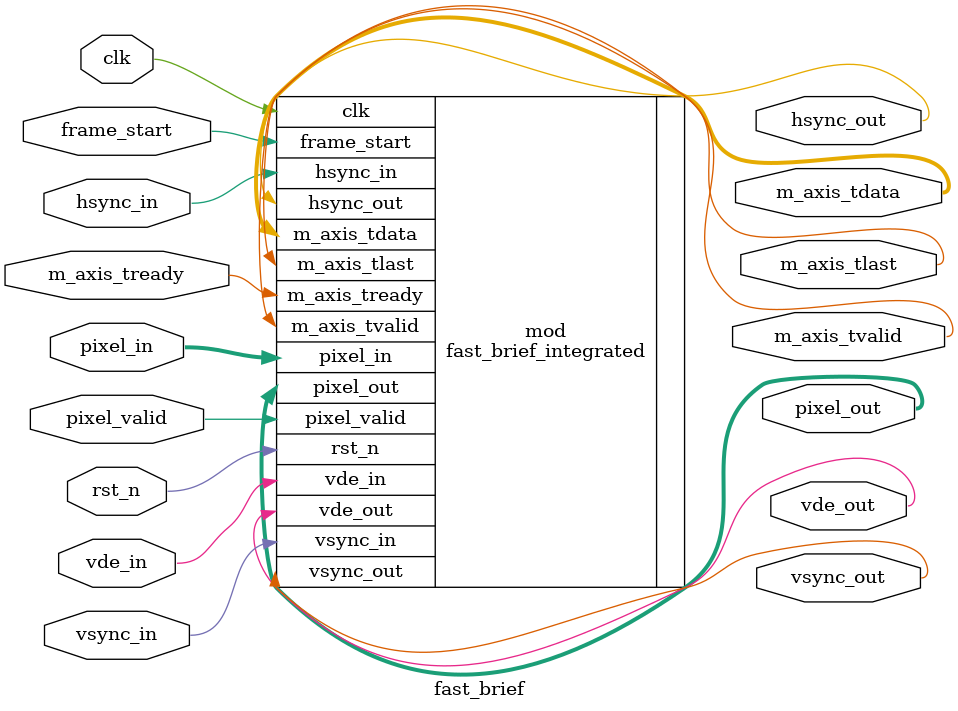
<source format=v>

`timescale 1 ns / 1 ps

	module fast_brief #
	(
		// Users to add parameters here
		parameter IMG_WIDTH = 1280,
        parameter IMG_HEIGHT = 720,
        parameter PIXEL_WIDTH = 8,
        // AXI Stream Parameters
        parameter AXIS_WIDTH = 280, // 256 (desc) + 11 (x) + 11 (y) + 2 (padding)
        parameter MAX_CORNERS = 1000 // Throttle to prevent Matcher overflow

	)(
		input  wire clk,
        input  wire rst_n,
        
        // Video input
        input  wire pixel_valid,
        input  wire [PIXEL_WIDTH-1:0] pixel_in,
        input  wire hsync_in,
        input  wire vsync_in,
        input  wire vde_in,
        input  wire frame_start,
        
        // Video output (passthrough with corner marking)
        output wire [23:0] pixel_out,
        output wire hsync_out,
        output wire vsync_out,
        output wire vde_out,
        
        // AXI4-Stream Master Output (Connect to FIFO)
        output wire [AXIS_WIDTH-1:0] m_axis_tdata,
        output wire m_axis_tvalid,
        output wire m_axis_tlast,
        input  wire m_axis_tready // Input from FIFO (Backpressure)
	);

    fast_brief_integrated #(
        .IMG_WIDTH(IMG_WIDTH),
        .IMG_HEIGHT(IMG_HEIGHT),
        .PIXEL_WIDTH(PIXEL_WIDTH),
        .AXIS_WIDTH(AXIS_WIDTH),
        .MAX_CORNERS(MAX_CORNERS)
        
        ) mod (
            .clk(clk),
            .rst_n(rst_n),
            .pixel_valid(pixel_valid),
            .pixel_in(pixel_in),
            .hsync_in(hsync_in),
            .vsync_in(vsync_in),
            .vde_in(vde_in),
            .frame_start(frame_start),
            .pixel_out(pixel_out),
            .hsync_out(hsync_out),
            .vsync_out(vsync_out),
            .vde_out(vde_out),
            .m_axis_tdata(m_axis_tdata),
            .m_axis_tvalid(m_axis_tvalid),
            .m_axis_tlast(m_axis_tlast),
            .m_axis_tready(m_axis_tready)
        
        );

	endmodule

</source>
